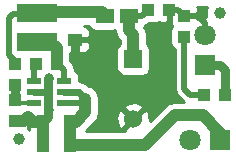
<source format=gbr>
G04 #@! TF.FileFunction,Copper,L1,Top,Signal*
%FSLAX46Y46*%
G04 Gerber Fmt 4.6, Leading zero omitted, Abs format (unit mm)*
G04 Created by KiCad (PCBNEW no-vcs-found-product) date 20.07.2015 (пн) 10,43,06 EEST*
%MOMM*%
G01*
G04 APERTURE LIST*
%ADD10C,0.100000*%
%ADD11C,0.838200*%
%ADD12C,0.900000*%
%ADD13R,1.524000X1.524000*%
%ADD14C,1.524000*%
%ADD15R,1.800000X1.800000*%
%ADD16C,1.800000*%
%ADD17R,1.030000X1.060000*%
%ADD18R,1.016000X1.016000*%
%ADD19R,3.500000X1.600000*%
%ADD20R,1.200000X0.550000*%
%ADD21R,1.300000X1.050000*%
%ADD22R,1.524000X1.270000*%
%ADD23R,1.050000X1.300000*%
%ADD24C,1.000000*%
%ADD25C,0.609600*%
%ADD26C,0.508000*%
%ADD27C,1.016000*%
%ADD28C,0.762000*%
%ADD29C,0.736600*%
%ADD30C,0.304800*%
%ADD31C,0.254000*%
G04 APERTURE END LIST*
D10*
D11*
X22352000Y-25387300D03*
X22352000Y-22707600D03*
D12*
X31521400Y-23672800D03*
X26962100Y-19304000D03*
X31584900Y-19100800D03*
X20574000Y-25971500D03*
D13*
X29464000Y-21082000D03*
D14*
X29464000Y-26162000D03*
D15*
X35560000Y-21590000D03*
D16*
X35560000Y-19050000D03*
D15*
X36830000Y-27940000D03*
D16*
X34290000Y-27940000D03*
D17*
X37211000Y-24130000D03*
X35433000Y-24130000D03*
D18*
X22987000Y-21463000D03*
X21209000Y-21463000D03*
D19*
X21336000Y-19615000D03*
X21336000Y-17215000D03*
D18*
X19431000Y-21463000D03*
X19431000Y-23241000D03*
X19431000Y-24511000D03*
X19431000Y-26289000D03*
X33782000Y-17399000D03*
X33782000Y-19177000D03*
D11*
X22288500Y-24003000D03*
D12*
X24828500Y-21272500D03*
D20*
X21052000Y-22926000D03*
X21052000Y-23876000D03*
X21052000Y-24826000D03*
X23652000Y-24826000D03*
X23652000Y-23876000D03*
X23652000Y-22926000D03*
D21*
X24511000Y-17135500D03*
X24511000Y-19440500D03*
D22*
X29083000Y-17399000D03*
X27051000Y-17399000D03*
D18*
X30734000Y-16891000D03*
X32512000Y-16891000D03*
D23*
X24139500Y-26416000D03*
X21834500Y-26416000D03*
X24139500Y-28321000D03*
X21834500Y-28321000D03*
D24*
X19812000Y-27813000D03*
X36830000Y-17145000D03*
D25*
X23652000Y-23876000D02*
X24866600Y-23876000D01*
X24866600Y-23876000D02*
X25425400Y-24434800D01*
D26*
X24831000Y-24826000D02*
X25034200Y-24826000D01*
X25034200Y-24826000D02*
X25425400Y-24434800D01*
X23652000Y-24826000D02*
X24831000Y-24826000D01*
X24831000Y-24826000D02*
X24841200Y-24815800D01*
D27*
X25425400Y-25603200D02*
X25425400Y-24434800D01*
X25425400Y-25603200D02*
X24612600Y-26416000D01*
X36830000Y-27940000D02*
X36830000Y-27305000D01*
X36830000Y-27305000D02*
X35382200Y-25857200D01*
X35382200Y-25857200D02*
X32969200Y-25857200D01*
X32969200Y-25857200D02*
X30505400Y-28321000D01*
X30505400Y-28321000D02*
X24139500Y-28321000D01*
X24139500Y-26416000D02*
X24612600Y-26416000D01*
X24139500Y-28321000D02*
X24139500Y-26416000D01*
D28*
X22288500Y-24003000D02*
X22288500Y-22720300D01*
X22288500Y-22720300D02*
X22301200Y-22707600D01*
D29*
X24511000Y-19440500D02*
X24511000Y-20955000D01*
X24511000Y-20955000D02*
X24828500Y-21272500D01*
D28*
X22288500Y-24003000D02*
X22288500Y-25962000D01*
X22288500Y-25962000D02*
X21834500Y-26416000D01*
D25*
X21052000Y-23876000D02*
X22161500Y-23876000D01*
X22161500Y-23876000D02*
X22288500Y-24003000D01*
D27*
X21834500Y-26416000D02*
X21834500Y-28321000D01*
X21834500Y-26416000D02*
X21018500Y-26416000D01*
X21018500Y-26416000D02*
X20574000Y-25971500D01*
X19431000Y-26289000D02*
X20256500Y-26289000D01*
X20256500Y-26289000D02*
X20574000Y-25971500D01*
D26*
X33782000Y-17399000D02*
X34925000Y-17399000D01*
X35560000Y-18034000D02*
X35560000Y-19050000D01*
X34925000Y-17399000D02*
X35560000Y-18034000D01*
X32512000Y-16891000D02*
X33274000Y-16891000D01*
X33274000Y-16891000D02*
X33782000Y-17399000D01*
X19431000Y-21463000D02*
X19431000Y-21272500D01*
X19431000Y-21272500D02*
X18923000Y-20764500D01*
X18923000Y-20764500D02*
X18923000Y-17602200D01*
X18923000Y-17602200D02*
X19265900Y-17259300D01*
X19265900Y-17259300D02*
X21291700Y-17259300D01*
X21291700Y-17259300D02*
X21336000Y-17215000D01*
D27*
X24511000Y-17135500D02*
X21415500Y-17135500D01*
X21415500Y-17135500D02*
X21336000Y-17215000D01*
X24511000Y-17135500D02*
X26787500Y-17135500D01*
X26787500Y-17135500D02*
X27051000Y-17399000D01*
D26*
X33782000Y-19177000D02*
X33782000Y-23622000D01*
X34290000Y-24130000D02*
X35433000Y-24130000D01*
X33782000Y-23622000D02*
X34290000Y-24130000D01*
X22987000Y-21463000D02*
X23139400Y-21463000D01*
X23139400Y-21463000D02*
X23652000Y-21975600D01*
X23652000Y-21975600D02*
X23652000Y-22926000D01*
D27*
X21336000Y-19615000D02*
X22434400Y-19615000D01*
X22434400Y-19615000D02*
X22987000Y-20167600D01*
X22987000Y-20167600D02*
X22987000Y-21463000D01*
D26*
X21052000Y-22926000D02*
X21052000Y-21620000D01*
X21052000Y-21620000D02*
X21209000Y-21463000D01*
D30*
X21052000Y-24826000D02*
X19746000Y-24826000D01*
X19746000Y-24826000D02*
X19431000Y-24511000D01*
D28*
X19431000Y-24511000D02*
X19431000Y-23241000D01*
D27*
X29083000Y-17399000D02*
X29083000Y-18643600D01*
X29464000Y-19024600D02*
X29464000Y-21082000D01*
X29083000Y-18643600D02*
X29464000Y-19024600D01*
D26*
X29083000Y-17399000D02*
X30226000Y-17399000D01*
X30226000Y-17399000D02*
X30734000Y-16891000D01*
D28*
X37211000Y-24130000D02*
X37211000Y-21971000D01*
X37211000Y-21971000D02*
X36830000Y-21590000D01*
X36830000Y-21590000D02*
X35560000Y-21590000D01*
D31*
G36*
X20674500Y-26130250D02*
X20833250Y-26289000D01*
X21707500Y-26289000D01*
X21707500Y-26269000D01*
X21961500Y-26269000D01*
X21961500Y-26289000D01*
X21981500Y-26289000D01*
X21981500Y-26543000D01*
X21961500Y-26543000D01*
X21961500Y-28194000D01*
X21981500Y-28194000D01*
X21981500Y-28448000D01*
X21687500Y-28448000D01*
X21687500Y-28194000D01*
X21707500Y-28194000D01*
X21707500Y-26543000D01*
X20833250Y-26543000D01*
X20674500Y-26701750D01*
X20674500Y-27070472D01*
X20560391Y-26956164D01*
X20574000Y-26923309D01*
X20574000Y-26574750D01*
X20415250Y-26416000D01*
X19558000Y-26416000D01*
X19558000Y-26436000D01*
X19304000Y-26436000D01*
X19304000Y-26416000D01*
X19284000Y-26416000D01*
X19284000Y-26162000D01*
X19304000Y-26162000D01*
X19304000Y-26142000D01*
X19558000Y-26142000D01*
X19558000Y-26162000D01*
X20415250Y-26162000D01*
X20574000Y-26003250D01*
X20574000Y-25748440D01*
X20674500Y-25748440D01*
X20674500Y-26130250D01*
X20674500Y-26130250D01*
G37*
X20674500Y-26130250D02*
X20833250Y-26289000D01*
X21707500Y-26289000D01*
X21707500Y-26269000D01*
X21961500Y-26269000D01*
X21961500Y-26289000D01*
X21981500Y-26289000D01*
X21981500Y-26543000D01*
X21961500Y-26543000D01*
X21961500Y-28194000D01*
X21981500Y-28194000D01*
X21981500Y-28448000D01*
X21687500Y-28448000D01*
X21687500Y-28194000D01*
X21707500Y-28194000D01*
X21707500Y-26543000D01*
X20833250Y-26543000D01*
X20674500Y-26701750D01*
X20674500Y-27070472D01*
X20560391Y-26956164D01*
X20574000Y-26923309D01*
X20574000Y-26574750D01*
X20415250Y-26416000D01*
X19558000Y-26416000D01*
X19558000Y-26436000D01*
X19304000Y-26436000D01*
X19304000Y-26416000D01*
X19284000Y-26416000D01*
X19284000Y-26162000D01*
X19304000Y-26162000D01*
X19304000Y-26142000D01*
X19558000Y-26142000D01*
X19558000Y-26162000D01*
X20415250Y-26162000D01*
X20574000Y-26003250D01*
X20574000Y-25748440D01*
X20674500Y-25748440D01*
X20674500Y-26130250D01*
G36*
X34483748Y-27925858D02*
X34469605Y-27940000D01*
X34483748Y-27954143D01*
X34304143Y-28133748D01*
X34290000Y-28119605D01*
X34275858Y-28133748D01*
X34096253Y-27954143D01*
X34110395Y-27940000D01*
X34096253Y-27925858D01*
X34275858Y-27746253D01*
X34290000Y-27760395D01*
X34304143Y-27746253D01*
X34483748Y-27925858D01*
X34483748Y-27925858D01*
G37*
X34483748Y-27925858D02*
X34469605Y-27940000D01*
X34483748Y-27954143D01*
X34304143Y-28133748D01*
X34290000Y-28119605D01*
X34275858Y-28133748D01*
X34096253Y-27954143D01*
X34110395Y-27940000D01*
X34096253Y-27925858D01*
X34275858Y-27746253D01*
X34290000Y-27760395D01*
X34304143Y-27746253D01*
X34483748Y-27925858D01*
G36*
X32639000Y-16764000D02*
X32639286Y-16764000D01*
X32639000Y-16764691D01*
X32639000Y-18033309D01*
X32735673Y-18266698D01*
X32761941Y-18292966D01*
X32676623Y-18419360D01*
X32626560Y-18669000D01*
X32626560Y-19685000D01*
X32673537Y-19927123D01*
X32813327Y-20139927D01*
X32994600Y-20262289D01*
X32994600Y-23622000D01*
X33054537Y-23923325D01*
X33225224Y-24178776D01*
X33733224Y-24686776D01*
X33774267Y-24714200D01*
X32969200Y-24714200D01*
X32531793Y-24801206D01*
X32160977Y-25048977D01*
X30871576Y-26338378D01*
X30845362Y-25814632D01*
X30686397Y-25430857D01*
X30444213Y-25361392D01*
X29643605Y-26162000D01*
X29657748Y-26176143D01*
X29478143Y-26355748D01*
X29464000Y-26341605D01*
X28663392Y-27142213D01*
X28673657Y-27178000D01*
X25467046Y-27178000D01*
X26233623Y-26411423D01*
X26481394Y-26040607D01*
X26498561Y-25954302D01*
X28054856Y-25954302D01*
X28082638Y-26509368D01*
X28241603Y-26893143D01*
X28483787Y-26962608D01*
X29284395Y-26162000D01*
X28483787Y-25361392D01*
X28241603Y-25430857D01*
X28054856Y-25954302D01*
X26498561Y-25954302D01*
X26568400Y-25603200D01*
X26568400Y-25181787D01*
X28663392Y-25181787D01*
X29464000Y-25982395D01*
X30264608Y-25181787D01*
X30195143Y-24939603D01*
X29671698Y-24752856D01*
X29116632Y-24780638D01*
X28732857Y-24939603D01*
X28663392Y-25181787D01*
X26568400Y-25181787D01*
X26568400Y-24434800D01*
X26481394Y-23997393D01*
X26233623Y-23626577D01*
X25862807Y-23378806D01*
X25657682Y-23338004D01*
X25531139Y-23211461D01*
X25226246Y-23007738D01*
X24899440Y-22942732D01*
X24899440Y-22651000D01*
X24852463Y-22408877D01*
X24712673Y-22196073D01*
X24541000Y-22080192D01*
X24541000Y-21975600D01*
X24473329Y-21635394D01*
X24280618Y-21346982D01*
X24142440Y-21208804D01*
X24142440Y-20955000D01*
X24130000Y-20890883D01*
X24130000Y-20600500D01*
X24225250Y-20600500D01*
X24384000Y-20441750D01*
X24384000Y-19567500D01*
X24638000Y-19567500D01*
X24638000Y-20441750D01*
X24796750Y-20600500D01*
X25287309Y-20600500D01*
X25520698Y-20503827D01*
X25699327Y-20325199D01*
X25796000Y-20091810D01*
X25796000Y-19726250D01*
X25637250Y-19567500D01*
X24638000Y-19567500D01*
X24384000Y-19567500D01*
X24384000Y-19567500D01*
X24364000Y-19567500D01*
X24364000Y-19313500D01*
X24384000Y-19313500D01*
X24384000Y-19293500D01*
X24638000Y-19293500D01*
X24638000Y-19313500D01*
X25637250Y-19313500D01*
X25796000Y-19154750D01*
X25796000Y-18789190D01*
X25699327Y-18555801D01*
X25520698Y-18377173D01*
X25292132Y-18282498D01*
X25312736Y-18278500D01*
X25690098Y-18278500D01*
X25828327Y-18488927D01*
X26039360Y-18631377D01*
X26289000Y-18681440D01*
X27813000Y-18681440D01*
X27942528Y-18656309D01*
X28027006Y-19081007D01*
X28274777Y-19451823D01*
X28321000Y-19498046D01*
X28321000Y-19810765D01*
X28247073Y-19859327D01*
X28104623Y-20070360D01*
X28054560Y-20320000D01*
X28054560Y-21844000D01*
X28101537Y-22086123D01*
X28241327Y-22298927D01*
X28452360Y-22441377D01*
X28702000Y-22491440D01*
X30226000Y-22491440D01*
X30468123Y-22444463D01*
X30680927Y-22304673D01*
X30823377Y-22093640D01*
X30873440Y-21844000D01*
X30873440Y-20320000D01*
X30826463Y-20077877D01*
X30686673Y-19865073D01*
X30607000Y-19811293D01*
X30607000Y-19024600D01*
X30519994Y-18587193D01*
X30379453Y-18376859D01*
X30442377Y-18283640D01*
X30450456Y-18243353D01*
X30566206Y-18220329D01*
X30826449Y-18046440D01*
X31242000Y-18046440D01*
X31484123Y-17999463D01*
X31618299Y-17911324D01*
X31644302Y-17937327D01*
X31877691Y-18034000D01*
X32226250Y-18034000D01*
X32385000Y-17875250D01*
X32385000Y-17018000D01*
X32365000Y-17018000D01*
X32365000Y-16764000D01*
X32385000Y-16764000D01*
X32385000Y-16744000D01*
X32639000Y-16744000D01*
X32639000Y-16764000D01*
X32639000Y-16764000D01*
G37*
X32639000Y-16764000D02*
X32639286Y-16764000D01*
X32639000Y-16764691D01*
X32639000Y-18033309D01*
X32735673Y-18266698D01*
X32761941Y-18292966D01*
X32676623Y-18419360D01*
X32626560Y-18669000D01*
X32626560Y-19685000D01*
X32673537Y-19927123D01*
X32813327Y-20139927D01*
X32994600Y-20262289D01*
X32994600Y-23622000D01*
X33054537Y-23923325D01*
X33225224Y-24178776D01*
X33733224Y-24686776D01*
X33774267Y-24714200D01*
X32969200Y-24714200D01*
X32531793Y-24801206D01*
X32160977Y-25048977D01*
X30871576Y-26338378D01*
X30845362Y-25814632D01*
X30686397Y-25430857D01*
X30444213Y-25361392D01*
X29643605Y-26162000D01*
X29657748Y-26176143D01*
X29478143Y-26355748D01*
X29464000Y-26341605D01*
X28663392Y-27142213D01*
X28673657Y-27178000D01*
X25467046Y-27178000D01*
X26233623Y-26411423D01*
X26481394Y-26040607D01*
X26498561Y-25954302D01*
X28054856Y-25954302D01*
X28082638Y-26509368D01*
X28241603Y-26893143D01*
X28483787Y-26962608D01*
X29284395Y-26162000D01*
X28483787Y-25361392D01*
X28241603Y-25430857D01*
X28054856Y-25954302D01*
X26498561Y-25954302D01*
X26568400Y-25603200D01*
X26568400Y-25181787D01*
X28663392Y-25181787D01*
X29464000Y-25982395D01*
X30264608Y-25181787D01*
X30195143Y-24939603D01*
X29671698Y-24752856D01*
X29116632Y-24780638D01*
X28732857Y-24939603D01*
X28663392Y-25181787D01*
X26568400Y-25181787D01*
X26568400Y-24434800D01*
X26481394Y-23997393D01*
X26233623Y-23626577D01*
X25862807Y-23378806D01*
X25657682Y-23338004D01*
X25531139Y-23211461D01*
X25226246Y-23007738D01*
X24899440Y-22942732D01*
X24899440Y-22651000D01*
X24852463Y-22408877D01*
X24712673Y-22196073D01*
X24541000Y-22080192D01*
X24541000Y-21975600D01*
X24473329Y-21635394D01*
X24280618Y-21346982D01*
X24142440Y-21208804D01*
X24142440Y-20955000D01*
X24130000Y-20890883D01*
X24130000Y-20600500D01*
X24225250Y-20600500D01*
X24384000Y-20441750D01*
X24384000Y-19567500D01*
X24638000Y-19567500D01*
X24638000Y-20441750D01*
X24796750Y-20600500D01*
X25287309Y-20600500D01*
X25520698Y-20503827D01*
X25699327Y-20325199D01*
X25796000Y-20091810D01*
X25796000Y-19726250D01*
X25637250Y-19567500D01*
X24638000Y-19567500D01*
X24384000Y-19567500D01*
X24384000Y-19567500D01*
X24364000Y-19567500D01*
X24364000Y-19313500D01*
X24384000Y-19313500D01*
X24384000Y-19293500D01*
X24638000Y-19293500D01*
X24638000Y-19313500D01*
X25637250Y-19313500D01*
X25796000Y-19154750D01*
X25796000Y-18789190D01*
X25699327Y-18555801D01*
X25520698Y-18377173D01*
X25292132Y-18282498D01*
X25312736Y-18278500D01*
X25690098Y-18278500D01*
X25828327Y-18488927D01*
X26039360Y-18631377D01*
X26289000Y-18681440D01*
X27813000Y-18681440D01*
X27942528Y-18656309D01*
X28027006Y-19081007D01*
X28274777Y-19451823D01*
X28321000Y-19498046D01*
X28321000Y-19810765D01*
X28247073Y-19859327D01*
X28104623Y-20070360D01*
X28054560Y-20320000D01*
X28054560Y-21844000D01*
X28101537Y-22086123D01*
X28241327Y-22298927D01*
X28452360Y-22441377D01*
X28702000Y-22491440D01*
X30226000Y-22491440D01*
X30468123Y-22444463D01*
X30680927Y-22304673D01*
X30823377Y-22093640D01*
X30873440Y-21844000D01*
X30873440Y-20320000D01*
X30826463Y-20077877D01*
X30686673Y-19865073D01*
X30607000Y-19811293D01*
X30607000Y-19024600D01*
X30519994Y-18587193D01*
X30379453Y-18376859D01*
X30442377Y-18283640D01*
X30450456Y-18243353D01*
X30566206Y-18220329D01*
X30826449Y-18046440D01*
X31242000Y-18046440D01*
X31484123Y-17999463D01*
X31618299Y-17911324D01*
X31644302Y-17937327D01*
X31877691Y-18034000D01*
X32226250Y-18034000D01*
X32385000Y-17875250D01*
X32385000Y-17018000D01*
X32365000Y-17018000D01*
X32365000Y-16764000D01*
X32385000Y-16764000D01*
X32385000Y-16744000D01*
X32639000Y-16744000D01*
X32639000Y-16764000D01*
G36*
X22413715Y-22605348D02*
X22404560Y-22651000D01*
X22404560Y-23201000D01*
X22444005Y-23404305D01*
X22404560Y-23601000D01*
X22404560Y-24151000D01*
X22444005Y-24354305D01*
X22404560Y-24551000D01*
X22404560Y-25101000D01*
X22410381Y-25131000D01*
X22293424Y-25131000D01*
X22299440Y-25101000D01*
X22299440Y-24551000D01*
X22259309Y-24344161D01*
X22287000Y-24277309D01*
X22287000Y-24161750D01*
X22128250Y-24003000D01*
X21974790Y-24003000D01*
X21901640Y-23953623D01*
X21652000Y-23903560D01*
X20905000Y-23903560D01*
X20905000Y-23848440D01*
X21652000Y-23848440D01*
X21894123Y-23801463D01*
X21973988Y-23749000D01*
X22128250Y-23749000D01*
X22287000Y-23590250D01*
X22287000Y-23474691D01*
X22258400Y-23405645D01*
X22299440Y-23201000D01*
X22299440Y-22651000D01*
X22285598Y-22579655D01*
X22413715Y-22605348D01*
X22413715Y-22605348D01*
G37*
X22413715Y-22605348D02*
X22404560Y-22651000D01*
X22404560Y-23201000D01*
X22444005Y-23404305D01*
X22404560Y-23601000D01*
X22404560Y-24151000D01*
X22444005Y-24354305D01*
X22404560Y-24551000D01*
X22404560Y-25101000D01*
X22410381Y-25131000D01*
X22293424Y-25131000D01*
X22299440Y-25101000D01*
X22299440Y-24551000D01*
X22259309Y-24344161D01*
X22287000Y-24277309D01*
X22287000Y-24161750D01*
X22128250Y-24003000D01*
X21974790Y-24003000D01*
X21901640Y-23953623D01*
X21652000Y-23903560D01*
X20905000Y-23903560D01*
X20905000Y-23848440D01*
X21652000Y-23848440D01*
X21894123Y-23801463D01*
X21973988Y-23749000D01*
X22128250Y-23749000D01*
X22287000Y-23590250D01*
X22287000Y-23474691D01*
X22258400Y-23405645D01*
X22299440Y-23201000D01*
X22299440Y-22651000D01*
X22285598Y-22579655D01*
X22413715Y-22605348D01*
G36*
X35753748Y-19035858D02*
X35739605Y-19050000D01*
X35753748Y-19064143D01*
X35574143Y-19243748D01*
X35560000Y-19229605D01*
X35545858Y-19243748D01*
X35366253Y-19064143D01*
X35380395Y-19050000D01*
X35366253Y-19035858D01*
X35545858Y-18856253D01*
X35560000Y-18870395D01*
X35574143Y-18856253D01*
X35753748Y-19035858D01*
X35753748Y-19035858D01*
G37*
X35753748Y-19035858D02*
X35739605Y-19050000D01*
X35753748Y-19064143D01*
X35574143Y-19243748D01*
X35560000Y-19229605D01*
X35545858Y-19243748D01*
X35366253Y-19064143D01*
X35380395Y-19050000D01*
X35366253Y-19035858D01*
X35545858Y-18856253D01*
X35560000Y-18870395D01*
X35574143Y-18856253D01*
X35753748Y-19035858D01*
G36*
X35603214Y-16899864D02*
X35602788Y-17387995D01*
X35653092Y-17509739D01*
X35190540Y-17529161D01*
X34892757Y-17652507D01*
X34766250Y-17526000D01*
X33909000Y-17526000D01*
X33909000Y-17546000D01*
X33655000Y-17546000D01*
X33655000Y-17526000D01*
X33654714Y-17526000D01*
X33655000Y-17525310D01*
X33655000Y-17252000D01*
X33909000Y-17252000D01*
X33909000Y-17272000D01*
X34766250Y-17272000D01*
X34925000Y-17113250D01*
X34925000Y-16764691D01*
X34872109Y-16637000D01*
X35712365Y-16637000D01*
X35603214Y-16899864D01*
X35603214Y-16899864D01*
G37*
X35603214Y-16899864D02*
X35602788Y-17387995D01*
X35653092Y-17509739D01*
X35190540Y-17529161D01*
X34892757Y-17652507D01*
X34766250Y-17526000D01*
X33909000Y-17526000D01*
X33909000Y-17546000D01*
X33655000Y-17546000D01*
X33655000Y-17526000D01*
X33654714Y-17526000D01*
X33655000Y-17525310D01*
X33655000Y-17252000D01*
X33909000Y-17252000D01*
X33909000Y-17272000D01*
X34766250Y-17272000D01*
X34925000Y-17113250D01*
X34925000Y-16764691D01*
X34872109Y-16637000D01*
X35712365Y-16637000D01*
X35603214Y-16899864D01*
M02*

</source>
